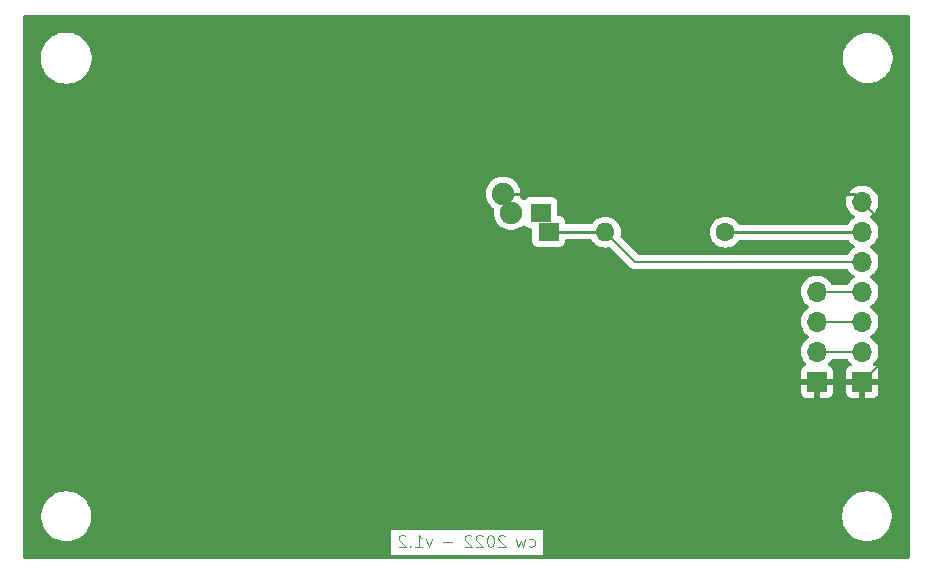
<source format=gbr>
%TF.GenerationSoftware,KiCad,Pcbnew,(6.99.0-1533-gf0f33ef1d3)*%
%TF.CreationDate,2022-04-06T09:30:28+02:00*%
%TF.ProjectId,freeDSP-aurora-extension-i2C-mod-display,66726565-4453-4502-9d61-75726f72612d,v1.2*%
%TF.SameCoordinates,Original*%
%TF.FileFunction,Copper,L2,Bot*%
%TF.FilePolarity,Positive*%
%FSLAX46Y46*%
G04 Gerber Fmt 4.6, Leading zero omitted, Abs format (unit mm)*
G04 Created by KiCad (PCBNEW (6.99.0-1533-gf0f33ef1d3)) date 2022-04-06 09:30:28*
%MOMM*%
%LPD*%
G01*
G04 APERTURE LIST*
%ADD10C,0.100000*%
%TA.AperFunction,NonConductor*%
%ADD11C,0.100000*%
%TD*%
%TA.AperFunction,ComponentPad*%
%ADD12R,1.700000X1.700000*%
%TD*%
%TA.AperFunction,ComponentPad*%
%ADD13O,1.700000X1.700000*%
%TD*%
%TA.AperFunction,ComponentPad*%
%ADD14R,1.800000X1.600000*%
%TD*%
%TA.AperFunction,ComponentPad*%
%ADD15C,1.900000*%
%TD*%
%TA.AperFunction,ComponentPad*%
%ADD16C,1.600000*%
%TD*%
%TA.AperFunction,ComponentPad*%
%ADD17O,1.600000X1.600000*%
%TD*%
%TA.AperFunction,Conductor*%
%ADD18C,0.200000*%
%TD*%
%TA.AperFunction,Conductor*%
%ADD19C,0.250000*%
%TD*%
G04 APERTURE END LIST*
D10*
D11*
X141610952Y-120572005D02*
X141706190Y-120619624D01*
X141706190Y-120619624D02*
X141896666Y-120619624D01*
X141896666Y-120619624D02*
X141991904Y-120572005D01*
X141991904Y-120572005D02*
X142039523Y-120524386D01*
X142039523Y-120524386D02*
X142087142Y-120429148D01*
X142087142Y-120429148D02*
X142087142Y-120143434D01*
X142087142Y-120143434D02*
X142039523Y-120048196D01*
X142039523Y-120048196D02*
X141991904Y-120000577D01*
X141991904Y-120000577D02*
X141896666Y-119952958D01*
X141896666Y-119952958D02*
X141706190Y-119952958D01*
X141706190Y-119952958D02*
X141610952Y-120000577D01*
X141277618Y-119952958D02*
X141087142Y-120619624D01*
X141087142Y-120619624D02*
X140896666Y-120143434D01*
X140896666Y-120143434D02*
X140706190Y-120619624D01*
X140706190Y-120619624D02*
X140515714Y-119952958D01*
X139582380Y-119714863D02*
X139534761Y-119667244D01*
X139534761Y-119667244D02*
X139439523Y-119619624D01*
X139439523Y-119619624D02*
X139201428Y-119619624D01*
X139201428Y-119619624D02*
X139106190Y-119667244D01*
X139106190Y-119667244D02*
X139058571Y-119714863D01*
X139058571Y-119714863D02*
X139010952Y-119810101D01*
X139010952Y-119810101D02*
X139010952Y-119905339D01*
X139010952Y-119905339D02*
X139058571Y-120048196D01*
X139058571Y-120048196D02*
X139629999Y-120619624D01*
X139629999Y-120619624D02*
X139010952Y-120619624D01*
X138391904Y-119619624D02*
X138296666Y-119619624D01*
X138296666Y-119619624D02*
X138201428Y-119667244D01*
X138201428Y-119667244D02*
X138153809Y-119714863D01*
X138153809Y-119714863D02*
X138106190Y-119810101D01*
X138106190Y-119810101D02*
X138058571Y-120000577D01*
X138058571Y-120000577D02*
X138058571Y-120238672D01*
X138058571Y-120238672D02*
X138106190Y-120429148D01*
X138106190Y-120429148D02*
X138153809Y-120524386D01*
X138153809Y-120524386D02*
X138201428Y-120572005D01*
X138201428Y-120572005D02*
X138296666Y-120619624D01*
X138296666Y-120619624D02*
X138391904Y-120619624D01*
X138391904Y-120619624D02*
X138487142Y-120572005D01*
X138487142Y-120572005D02*
X138534761Y-120524386D01*
X138534761Y-120524386D02*
X138582380Y-120429148D01*
X138582380Y-120429148D02*
X138629999Y-120238672D01*
X138629999Y-120238672D02*
X138629999Y-120000577D01*
X138629999Y-120000577D02*
X138582380Y-119810101D01*
X138582380Y-119810101D02*
X138534761Y-119714863D01*
X138534761Y-119714863D02*
X138487142Y-119667244D01*
X138487142Y-119667244D02*
X138391904Y-119619624D01*
X137677618Y-119714863D02*
X137629999Y-119667244D01*
X137629999Y-119667244D02*
X137534761Y-119619624D01*
X137534761Y-119619624D02*
X137296666Y-119619624D01*
X137296666Y-119619624D02*
X137201428Y-119667244D01*
X137201428Y-119667244D02*
X137153809Y-119714863D01*
X137153809Y-119714863D02*
X137106190Y-119810101D01*
X137106190Y-119810101D02*
X137106190Y-119905339D01*
X137106190Y-119905339D02*
X137153809Y-120048196D01*
X137153809Y-120048196D02*
X137725237Y-120619624D01*
X137725237Y-120619624D02*
X137106190Y-120619624D01*
X136725237Y-119714863D02*
X136677618Y-119667244D01*
X136677618Y-119667244D02*
X136582380Y-119619624D01*
X136582380Y-119619624D02*
X136344285Y-119619624D01*
X136344285Y-119619624D02*
X136249047Y-119667244D01*
X136249047Y-119667244D02*
X136201428Y-119714863D01*
X136201428Y-119714863D02*
X136153809Y-119810101D01*
X136153809Y-119810101D02*
X136153809Y-119905339D01*
X136153809Y-119905339D02*
X136201428Y-120048196D01*
X136201428Y-120048196D02*
X136772856Y-120619624D01*
X136772856Y-120619624D02*
X136153809Y-120619624D01*
X135125237Y-120238672D02*
X134363333Y-120238672D01*
X133382380Y-119952958D02*
X133144285Y-120619624D01*
X133144285Y-120619624D02*
X132906190Y-119952958D01*
X132001428Y-120619624D02*
X132572856Y-120619624D01*
X132287142Y-120619624D02*
X132287142Y-119619624D01*
X132287142Y-119619624D02*
X132382380Y-119762482D01*
X132382380Y-119762482D02*
X132477618Y-119857720D01*
X132477618Y-119857720D02*
X132572856Y-119905339D01*
X131572856Y-120524386D02*
X131525237Y-120572005D01*
X131525237Y-120572005D02*
X131572856Y-120619624D01*
X131572856Y-120619624D02*
X131620475Y-120572005D01*
X131620475Y-120572005D02*
X131572856Y-120524386D01*
X131572856Y-120524386D02*
X131572856Y-120619624D01*
X131144285Y-119714863D02*
X131096666Y-119667244D01*
X131096666Y-119667244D02*
X131001428Y-119619624D01*
X131001428Y-119619624D02*
X130763333Y-119619624D01*
X130763333Y-119619624D02*
X130668095Y-119667244D01*
X130668095Y-119667244D02*
X130620476Y-119714863D01*
X130620476Y-119714863D02*
X130572857Y-119810101D01*
X130572857Y-119810101D02*
X130572857Y-119905339D01*
X130572857Y-119905339D02*
X130620476Y-120048196D01*
X130620476Y-120048196D02*
X131191904Y-120619624D01*
X131191904Y-120619624D02*
X130572857Y-120619624D01*
D12*
%TO.P,J1,1*%
%TO.N,GND*%
X165988999Y-106641999D03*
D13*
%TO.P,J1,2*%
%TO.N,N/C*%
X165988999Y-104101999D03*
%TO.P,J1,3*%
X165988999Y-101561999D03*
%TO.P,J1,4*%
X165988999Y-99021999D03*
%TD*%
D14*
%TO.P,C1,1*%
%TO.N,N/C*%
X143266613Y-93928999D03*
X142595676Y-92328999D03*
D15*
%TO.P,C1,2*%
X140095677Y-92329000D03*
X139424740Y-90729000D03*
%TD*%
D16*
%TO.P,R1,1*%
%TO.N,N/C*%
X158242000Y-93980000D03*
D17*
%TO.P,R1,2*%
X148081999Y-93979999D03*
%TD*%
D12*
%TO.P,J2,1*%
%TO.N,GND*%
X169838999Y-106641999D03*
D13*
%TO.P,J2,2*%
%TO.N,N/C*%
X169838999Y-104101999D03*
%TO.P,J2,3*%
X169838999Y-101561999D03*
%TO.P,J2,4*%
X169838999Y-99021999D03*
%TO.P,J2,5*%
X169838999Y-96481999D03*
%TO.P,J2,6*%
X169838999Y-93941999D03*
%TO.P,J2,7*%
X169838999Y-91401999D03*
%TD*%
D18*
%TO.N,*%
X150584000Y-96482000D02*
X148082000Y-93980000D01*
X165989000Y-99022000D02*
X169839000Y-99022000D01*
D19*
X169801000Y-93980000D02*
X169839000Y-93942000D01*
D18*
X165989000Y-101562000D02*
X169839000Y-101562000D01*
X165989000Y-104102000D02*
X169839000Y-104102000D01*
D19*
X143266614Y-93929000D02*
X148031000Y-93929000D01*
X158242000Y-93980000D02*
X169801000Y-93980000D01*
D18*
X169839000Y-96482000D02*
X150584000Y-96482000D01*
D19*
X148031000Y-93929000D02*
X148082000Y-93980000D01*
D18*
%TO.N,GND*%
X171450000Y-105031000D02*
X169839000Y-106642000D01*
X165989000Y-106642000D02*
X169839000Y-106642000D01*
X169839000Y-91402000D02*
X171450000Y-93013000D01*
D19*
X139424740Y-90729000D02*
X169166000Y-90729000D01*
X169166000Y-90729000D02*
X169839000Y-91402000D01*
D18*
X171450000Y-93013000D02*
X171450000Y-105031000D01*
%TD*%
%TA.AperFunction,Conductor*%
%TO.N,GND*%
G36*
X173788621Y-75585502D02*
G01*
X173835114Y-75639158D01*
X173846500Y-75691500D01*
X173846500Y-121539500D01*
X173826498Y-121607621D01*
X173772842Y-121654114D01*
X173720500Y-121665500D01*
X98932500Y-121665500D01*
X98864379Y-121645498D01*
X98817886Y-121591842D01*
X98806500Y-121539500D01*
X98806500Y-121335744D01*
X129898881Y-121335744D01*
X142761119Y-121335744D01*
X142761119Y-119168744D01*
X129898881Y-119168744D01*
X129898881Y-121335744D01*
X98806500Y-121335744D01*
X98806500Y-118186225D01*
X100330500Y-118186225D01*
X100369777Y-118471989D01*
X100447600Y-118749744D01*
X100562519Y-119014314D01*
X100712394Y-119260772D01*
X100894432Y-119484526D01*
X101105242Y-119681409D01*
X101340897Y-119847753D01*
X101597008Y-119980459D01*
X101868804Y-120077055D01*
X101873006Y-120077928D01*
X101873009Y-120077929D01*
X102147010Y-120134867D01*
X102147014Y-120134868D01*
X102151222Y-120135742D01*
X102155516Y-120136036D01*
X102155518Y-120136036D01*
X102364832Y-120150354D01*
X102364841Y-120150354D01*
X102366971Y-120150500D01*
X102511029Y-120150500D01*
X102513159Y-120150354D01*
X102513168Y-120150354D01*
X102722482Y-120136036D01*
X102722484Y-120136036D01*
X102726778Y-120135742D01*
X102730986Y-120134868D01*
X102730990Y-120134867D01*
X103004991Y-120077929D01*
X103004994Y-120077928D01*
X103009196Y-120077055D01*
X103280992Y-119980459D01*
X103537103Y-119847753D01*
X103772758Y-119681409D01*
X103983568Y-119484526D01*
X104165606Y-119260772D01*
X104315481Y-119014314D01*
X104430400Y-118749744D01*
X104508223Y-118471989D01*
X104547500Y-118186225D01*
X168120500Y-118186225D01*
X168159777Y-118471989D01*
X168237600Y-118749744D01*
X168352519Y-119014314D01*
X168502394Y-119260772D01*
X168684432Y-119484526D01*
X168895242Y-119681409D01*
X169130897Y-119847753D01*
X169387008Y-119980459D01*
X169658804Y-120077055D01*
X169663006Y-120077928D01*
X169663009Y-120077929D01*
X169937010Y-120134867D01*
X169937014Y-120134868D01*
X169941222Y-120135742D01*
X169945516Y-120136036D01*
X169945518Y-120136036D01*
X170154832Y-120150354D01*
X170154841Y-120150354D01*
X170156971Y-120150500D01*
X170301029Y-120150500D01*
X170303159Y-120150354D01*
X170303168Y-120150354D01*
X170512482Y-120136036D01*
X170512484Y-120136036D01*
X170516778Y-120135742D01*
X170520986Y-120134868D01*
X170520990Y-120134867D01*
X170794991Y-120077929D01*
X170794994Y-120077928D01*
X170799196Y-120077055D01*
X171070992Y-119980459D01*
X171327103Y-119847753D01*
X171562758Y-119681409D01*
X171773568Y-119484526D01*
X171955606Y-119260772D01*
X172105481Y-119014314D01*
X172220400Y-118749744D01*
X172298223Y-118471989D01*
X172337500Y-118186225D01*
X172337500Y-117897775D01*
X172298223Y-117612011D01*
X172220400Y-117334256D01*
X172105481Y-117069686D01*
X171955606Y-116823228D01*
X171773568Y-116599474D01*
X171562758Y-116402591D01*
X171327103Y-116236247D01*
X171070992Y-116103541D01*
X170799196Y-116006945D01*
X170794994Y-116006072D01*
X170794991Y-116006071D01*
X170520990Y-115949133D01*
X170520986Y-115949132D01*
X170516778Y-115948258D01*
X170512484Y-115947964D01*
X170512482Y-115947964D01*
X170303168Y-115933646D01*
X170303159Y-115933646D01*
X170301029Y-115933500D01*
X170156971Y-115933500D01*
X170154841Y-115933646D01*
X170154832Y-115933646D01*
X169945518Y-115947964D01*
X169945516Y-115947964D01*
X169941222Y-115948258D01*
X169937014Y-115949132D01*
X169937010Y-115949133D01*
X169663009Y-116006071D01*
X169663006Y-116006072D01*
X169658804Y-116006945D01*
X169387008Y-116103541D01*
X169130897Y-116236247D01*
X168895242Y-116402591D01*
X168684432Y-116599474D01*
X168502394Y-116823228D01*
X168352519Y-117069686D01*
X168237600Y-117334256D01*
X168159777Y-117612011D01*
X168120500Y-117897775D01*
X168120500Y-118186225D01*
X104547500Y-118186225D01*
X104547500Y-117897775D01*
X104508223Y-117612011D01*
X104430400Y-117334256D01*
X104315481Y-117069686D01*
X104165606Y-116823228D01*
X103983568Y-116599474D01*
X103772758Y-116402591D01*
X103537103Y-116236247D01*
X103280992Y-116103541D01*
X103009196Y-116006945D01*
X103004994Y-116006072D01*
X103004991Y-116006071D01*
X102730990Y-115949133D01*
X102730986Y-115949132D01*
X102726778Y-115948258D01*
X102722484Y-115947964D01*
X102722482Y-115947964D01*
X102513168Y-115933646D01*
X102513159Y-115933646D01*
X102511029Y-115933500D01*
X102366971Y-115933500D01*
X102364841Y-115933646D01*
X102364832Y-115933646D01*
X102155518Y-115947964D01*
X102155516Y-115947964D01*
X102151222Y-115948258D01*
X102147014Y-115949132D01*
X102147010Y-115949133D01*
X101873009Y-116006071D01*
X101873006Y-116006072D01*
X101868804Y-116006945D01*
X101597008Y-116103541D01*
X101340897Y-116236247D01*
X101105242Y-116402591D01*
X100894432Y-116599474D01*
X100712394Y-116823228D01*
X100562519Y-117069686D01*
X100447600Y-117334256D01*
X100369777Y-117612011D01*
X100330500Y-117897775D01*
X100330500Y-118186225D01*
X98806500Y-118186225D01*
X98806500Y-107537223D01*
X164631000Y-107537223D01*
X164631360Y-107543938D01*
X164636662Y-107593257D01*
X164640259Y-107608478D01*
X164685405Y-107729520D01*
X164693954Y-107745176D01*
X164770698Y-107847693D01*
X164783307Y-107860302D01*
X164885824Y-107937046D01*
X164901480Y-107945595D01*
X165022522Y-107990741D01*
X165037743Y-107994338D01*
X165087062Y-107999640D01*
X165093777Y-108000000D01*
X165716885Y-108000000D01*
X165732124Y-107995525D01*
X165733329Y-107994135D01*
X165735000Y-107986452D01*
X165735000Y-107981885D01*
X166243000Y-107981885D01*
X166247475Y-107997124D01*
X166248865Y-107998329D01*
X166256548Y-108000000D01*
X166884223Y-108000000D01*
X166890938Y-107999640D01*
X166940257Y-107994338D01*
X166955478Y-107990741D01*
X167076520Y-107945595D01*
X167092176Y-107937046D01*
X167194693Y-107860302D01*
X167207302Y-107847693D01*
X167284046Y-107745176D01*
X167292595Y-107729520D01*
X167337741Y-107608478D01*
X167341338Y-107593257D01*
X167346640Y-107543938D01*
X167347000Y-107537223D01*
X168481000Y-107537223D01*
X168481360Y-107543938D01*
X168486662Y-107593257D01*
X168490259Y-107608478D01*
X168535405Y-107729520D01*
X168543954Y-107745176D01*
X168620698Y-107847693D01*
X168633307Y-107860302D01*
X168735824Y-107937046D01*
X168751480Y-107945595D01*
X168872522Y-107990741D01*
X168887743Y-107994338D01*
X168937062Y-107999640D01*
X168943777Y-108000000D01*
X169566885Y-108000000D01*
X169582124Y-107995525D01*
X169583329Y-107994135D01*
X169585000Y-107986452D01*
X169585000Y-107981885D01*
X170093000Y-107981885D01*
X170097475Y-107997124D01*
X170098865Y-107998329D01*
X170106548Y-108000000D01*
X170734223Y-108000000D01*
X170740938Y-107999640D01*
X170790257Y-107994338D01*
X170805478Y-107990741D01*
X170926520Y-107945595D01*
X170942176Y-107937046D01*
X171044693Y-107860302D01*
X171057302Y-107847693D01*
X171134046Y-107745176D01*
X171142595Y-107729520D01*
X171187741Y-107608478D01*
X171191338Y-107593257D01*
X171196640Y-107543938D01*
X171197000Y-107537223D01*
X171197000Y-106914115D01*
X171192525Y-106898876D01*
X171191135Y-106897671D01*
X171183452Y-106896000D01*
X170111115Y-106896000D01*
X170095876Y-106900475D01*
X170094671Y-106901865D01*
X170093000Y-106909548D01*
X170093000Y-107981885D01*
X169585000Y-107981885D01*
X169585000Y-106914115D01*
X169580525Y-106898876D01*
X169579135Y-106897671D01*
X169571452Y-106896000D01*
X168499115Y-106896000D01*
X168483876Y-106900475D01*
X168482671Y-106901865D01*
X168481000Y-106909548D01*
X168481000Y-107537223D01*
X167347000Y-107537223D01*
X167347000Y-106914115D01*
X167342525Y-106898876D01*
X167341135Y-106897671D01*
X167333452Y-106896000D01*
X166261115Y-106896000D01*
X166245876Y-106900475D01*
X166244671Y-106901865D01*
X166243000Y-106909548D01*
X166243000Y-107981885D01*
X165735000Y-107981885D01*
X165735000Y-106914115D01*
X165730525Y-106898876D01*
X165729135Y-106897671D01*
X165721452Y-106896000D01*
X164649115Y-106896000D01*
X164633876Y-106900475D01*
X164632671Y-106901865D01*
X164631000Y-106909548D01*
X164631000Y-107537223D01*
X98806500Y-107537223D01*
X98806500Y-90729000D01*
X137961241Y-90729000D01*
X137981201Y-90969884D01*
X137982482Y-90974942D01*
X137982482Y-90974943D01*
X138035126Y-91182828D01*
X138040537Y-91204197D01*
X138042629Y-91208967D01*
X138042630Y-91208969D01*
X138060220Y-91249069D01*
X138137631Y-91425549D01*
X138269834Y-91627900D01*
X138433539Y-91805731D01*
X138437648Y-91808929D01*
X138437650Y-91808931D01*
X138610919Y-91943792D01*
X138652390Y-92001418D01*
X138655673Y-92074152D01*
X138653419Y-92083056D01*
X138652138Y-92088116D01*
X138632178Y-92329000D01*
X138632608Y-92334189D01*
X138650229Y-92546842D01*
X138652138Y-92569884D01*
X138653419Y-92574942D01*
X138653419Y-92574943D01*
X138709989Y-92798332D01*
X138711474Y-92804197D01*
X138808568Y-93025549D01*
X138940771Y-93227900D01*
X139104476Y-93405731D01*
X139108585Y-93408929D01*
X139108587Y-93408931D01*
X139231305Y-93504446D01*
X139295219Y-93554192D01*
X139299798Y-93556670D01*
X139299801Y-93556672D01*
X139503211Y-93666752D01*
X139503214Y-93666753D01*
X139507796Y-93669233D01*
X139736409Y-93747716D01*
X139741543Y-93748573D01*
X139741548Y-93748574D01*
X139969685Y-93786643D01*
X139969688Y-93786643D01*
X139974822Y-93787500D01*
X140216532Y-93787500D01*
X140221666Y-93786643D01*
X140221669Y-93786643D01*
X140449806Y-93748574D01*
X140449811Y-93748573D01*
X140454945Y-93747716D01*
X140683558Y-93669233D01*
X140688140Y-93666753D01*
X140688143Y-93666752D01*
X140891553Y-93556672D01*
X140891556Y-93556670D01*
X140896135Y-93554192D01*
X140960049Y-93504446D01*
X141082767Y-93408931D01*
X141082769Y-93408929D01*
X141086878Y-93405731D01*
X141090406Y-93401898D01*
X141091016Y-93401337D01*
X141154681Y-93369917D01*
X141225227Y-93377904D01*
X141277220Y-93418529D01*
X141332416Y-93492261D01*
X141339627Y-93497659D01*
X141418459Y-93556672D01*
X141449473Y-93579889D01*
X141586476Y-93630989D01*
X141623382Y-93634957D01*
X141643689Y-93637140D01*
X141643692Y-93637140D01*
X141647039Y-93637500D01*
X141732114Y-93637500D01*
X141800235Y-93657502D01*
X141846728Y-93711158D01*
X141858114Y-93763500D01*
X141858114Y-94777638D01*
X141864625Y-94838201D01*
X141915725Y-94975204D01*
X142003353Y-95092261D01*
X142010564Y-95097659D01*
X142082085Y-95151199D01*
X142120410Y-95179889D01*
X142257413Y-95230989D01*
X142294319Y-95234957D01*
X142314626Y-95237140D01*
X142314629Y-95237140D01*
X142317976Y-95237500D01*
X144215252Y-95237500D01*
X144218599Y-95237140D01*
X144218602Y-95237140D01*
X144238909Y-95234957D01*
X144275815Y-95230989D01*
X144412818Y-95179889D01*
X144451144Y-95151199D01*
X144522664Y-95097659D01*
X144529875Y-95092261D01*
X144617503Y-94975204D01*
X144668603Y-94838201D01*
X144675114Y-94777638D01*
X144675114Y-94688500D01*
X144695116Y-94620379D01*
X144748772Y-94573886D01*
X144801114Y-94562500D01*
X146829583Y-94562500D01*
X146897704Y-94582502D01*
X146937519Y-94628085D01*
X146939401Y-94626998D01*
X146942151Y-94631760D01*
X146944477Y-94636749D01*
X146980714Y-94688500D01*
X147045475Y-94780988D01*
X147075802Y-94824300D01*
X147237700Y-94986198D01*
X147242208Y-94989355D01*
X147242211Y-94989357D01*
X147320389Y-95044098D01*
X147425251Y-95117523D01*
X147430233Y-95119846D01*
X147430238Y-95119849D01*
X147609596Y-95203484D01*
X147632757Y-95214284D01*
X147638065Y-95215706D01*
X147638067Y-95215707D01*
X147848598Y-95272119D01*
X147848600Y-95272119D01*
X147853913Y-95273543D01*
X148082000Y-95293498D01*
X148310087Y-95273543D01*
X148315400Y-95272119D01*
X148315402Y-95272119D01*
X148401426Y-95249069D01*
X148472403Y-95250759D01*
X148523132Y-95281681D01*
X150119685Y-96878234D01*
X150130552Y-96890625D01*
X150150013Y-96915987D01*
X150156563Y-96921013D01*
X150181925Y-96940474D01*
X150181928Y-96940477D01*
X150251318Y-96993722D01*
X150270570Y-97008495D01*
X150270574Y-97008497D01*
X150277125Y-97013524D01*
X150425150Y-97074838D01*
X150544115Y-97090500D01*
X150544120Y-97090500D01*
X150544129Y-97090501D01*
X150575812Y-97094672D01*
X150584000Y-97095750D01*
X150615693Y-97091578D01*
X150632136Y-97090500D01*
X168545629Y-97090500D01*
X168613750Y-97110502D01*
X168651112Y-97147585D01*
X168763278Y-97319268D01*
X168766803Y-97323097D01*
X168766806Y-97323101D01*
X168868360Y-97433417D01*
X168915760Y-97484906D01*
X169093424Y-97623189D01*
X169098005Y-97625668D01*
X169126680Y-97641186D01*
X169177071Y-97691199D01*
X169192423Y-97760516D01*
X169167863Y-97827129D01*
X169126681Y-97862813D01*
X169093424Y-97880811D01*
X168915760Y-98019094D01*
X168912228Y-98022931D01*
X168766806Y-98180899D01*
X168766803Y-98180903D01*
X168763278Y-98184732D01*
X168760427Y-98189096D01*
X168651112Y-98356415D01*
X168597108Y-98402504D01*
X168545629Y-98413500D01*
X167282371Y-98413500D01*
X167214250Y-98393498D01*
X167176888Y-98356415D01*
X167067573Y-98189096D01*
X167064722Y-98184732D01*
X167061197Y-98180903D01*
X167061194Y-98180899D01*
X166915772Y-98022931D01*
X166912240Y-98019094D01*
X166734576Y-97880811D01*
X166536574Y-97773658D01*
X166323635Y-97700556D01*
X166318501Y-97699699D01*
X166318496Y-97699698D01*
X166106706Y-97664357D01*
X166106704Y-97664357D01*
X166101569Y-97663500D01*
X165876431Y-97663500D01*
X165871296Y-97664357D01*
X165871294Y-97664357D01*
X165659504Y-97699698D01*
X165659499Y-97699699D01*
X165654365Y-97700556D01*
X165441426Y-97773658D01*
X165243424Y-97880811D01*
X165065760Y-98019094D01*
X165062228Y-98022931D01*
X164916806Y-98180899D01*
X164916803Y-98180903D01*
X164913278Y-98184732D01*
X164790140Y-98373209D01*
X164699704Y-98579384D01*
X164644436Y-98797632D01*
X164625844Y-99022000D01*
X164644436Y-99246368D01*
X164699704Y-99464616D01*
X164790140Y-99670791D01*
X164913278Y-99859268D01*
X164916803Y-99863097D01*
X164916806Y-99863101D01*
X165018360Y-99973417D01*
X165065760Y-100024906D01*
X165243424Y-100163189D01*
X165248005Y-100165668D01*
X165276680Y-100181186D01*
X165327071Y-100231199D01*
X165342423Y-100300516D01*
X165317863Y-100367129D01*
X165276681Y-100402813D01*
X165243424Y-100420811D01*
X165065760Y-100559094D01*
X165062228Y-100562931D01*
X164916806Y-100720899D01*
X164916803Y-100720903D01*
X164913278Y-100724732D01*
X164790140Y-100913209D01*
X164699704Y-101119384D01*
X164644436Y-101337632D01*
X164625844Y-101562000D01*
X164644436Y-101786368D01*
X164699704Y-102004616D01*
X164790140Y-102210791D01*
X164913278Y-102399268D01*
X164916803Y-102403097D01*
X164916806Y-102403101D01*
X165018360Y-102513417D01*
X165065760Y-102564906D01*
X165243424Y-102703189D01*
X165248005Y-102705668D01*
X165276680Y-102721186D01*
X165327071Y-102771199D01*
X165342423Y-102840516D01*
X165317863Y-102907129D01*
X165276681Y-102942813D01*
X165243424Y-102960811D01*
X165065760Y-103099094D01*
X165062228Y-103102931D01*
X164916806Y-103260899D01*
X164916803Y-103260903D01*
X164913278Y-103264732D01*
X164790140Y-103453209D01*
X164699704Y-103659384D01*
X164644436Y-103877632D01*
X164625844Y-104102000D01*
X164644436Y-104326368D01*
X164699704Y-104544616D01*
X164790140Y-104750791D01*
X164913278Y-104939268D01*
X164916803Y-104943097D01*
X164916806Y-104943101D01*
X165056841Y-105095217D01*
X165088262Y-105158882D01*
X165080275Y-105229428D01*
X165035417Y-105284457D01*
X165008173Y-105298611D01*
X164901478Y-105338406D01*
X164885824Y-105346954D01*
X164783307Y-105423698D01*
X164770698Y-105436307D01*
X164693954Y-105538824D01*
X164685405Y-105554480D01*
X164640259Y-105675522D01*
X164636662Y-105690743D01*
X164631360Y-105740062D01*
X164631000Y-105746777D01*
X164631000Y-106369885D01*
X164635475Y-106385124D01*
X164636865Y-106386329D01*
X164644548Y-106388000D01*
X167328885Y-106388000D01*
X167344124Y-106383525D01*
X167345329Y-106382135D01*
X167347000Y-106374452D01*
X167347000Y-105746777D01*
X167346640Y-105740062D01*
X167341338Y-105690743D01*
X167337741Y-105675522D01*
X167292595Y-105554480D01*
X167284046Y-105538824D01*
X167207302Y-105436307D01*
X167194693Y-105423698D01*
X167092176Y-105346954D01*
X167076522Y-105338406D01*
X166969827Y-105298611D01*
X166912992Y-105256064D01*
X166888181Y-105189544D01*
X166903273Y-105120169D01*
X166921159Y-105095217D01*
X167061194Y-104943101D01*
X167061197Y-104943097D01*
X167064722Y-104939268D01*
X167176888Y-104767585D01*
X167230892Y-104721496D01*
X167282371Y-104710500D01*
X168545629Y-104710500D01*
X168613750Y-104730502D01*
X168651112Y-104767585D01*
X168763278Y-104939268D01*
X168766803Y-104943097D01*
X168766806Y-104943101D01*
X168906841Y-105095217D01*
X168938262Y-105158882D01*
X168930275Y-105229428D01*
X168885417Y-105284457D01*
X168858173Y-105298611D01*
X168751478Y-105338406D01*
X168735824Y-105346954D01*
X168633307Y-105423698D01*
X168620698Y-105436307D01*
X168543954Y-105538824D01*
X168535405Y-105554480D01*
X168490259Y-105675522D01*
X168486662Y-105690743D01*
X168481360Y-105740062D01*
X168481000Y-105746777D01*
X168481000Y-106369885D01*
X168485475Y-106385124D01*
X168486865Y-106386329D01*
X168494548Y-106388000D01*
X171178885Y-106388000D01*
X171194124Y-106383525D01*
X171195329Y-106382135D01*
X171197000Y-106374452D01*
X171197000Y-105746777D01*
X171196640Y-105740062D01*
X171191338Y-105690743D01*
X171187741Y-105675522D01*
X171142595Y-105554480D01*
X171134046Y-105538824D01*
X171057302Y-105436307D01*
X171044693Y-105423698D01*
X170942176Y-105346954D01*
X170926522Y-105338406D01*
X170819827Y-105298611D01*
X170762992Y-105256064D01*
X170738181Y-105189544D01*
X170753273Y-105120169D01*
X170771159Y-105095217D01*
X170911194Y-104943101D01*
X170911197Y-104943097D01*
X170914722Y-104939268D01*
X171037860Y-104750791D01*
X171128296Y-104544616D01*
X171183564Y-104326368D01*
X171202156Y-104102000D01*
X171183564Y-103877632D01*
X171128296Y-103659384D01*
X171037860Y-103453209D01*
X170914722Y-103264732D01*
X170911197Y-103260903D01*
X170911194Y-103260899D01*
X170765772Y-103102931D01*
X170762240Y-103099094D01*
X170584576Y-102960811D01*
X170551320Y-102942814D01*
X170500929Y-102892801D01*
X170485577Y-102823484D01*
X170510137Y-102756871D01*
X170551320Y-102721186D01*
X170579995Y-102705668D01*
X170584576Y-102703189D01*
X170762240Y-102564906D01*
X170809640Y-102513417D01*
X170911194Y-102403101D01*
X170911197Y-102403097D01*
X170914722Y-102399268D01*
X171037860Y-102210791D01*
X171128296Y-102004616D01*
X171183564Y-101786368D01*
X171202156Y-101562000D01*
X171183564Y-101337632D01*
X171128296Y-101119384D01*
X171037860Y-100913209D01*
X170914722Y-100724732D01*
X170911197Y-100720903D01*
X170911194Y-100720899D01*
X170765772Y-100562931D01*
X170762240Y-100559094D01*
X170584576Y-100420811D01*
X170551320Y-100402814D01*
X170500929Y-100352801D01*
X170485577Y-100283484D01*
X170510137Y-100216871D01*
X170551320Y-100181186D01*
X170579995Y-100165668D01*
X170584576Y-100163189D01*
X170762240Y-100024906D01*
X170809640Y-99973417D01*
X170911194Y-99863101D01*
X170911197Y-99863097D01*
X170914722Y-99859268D01*
X171037860Y-99670791D01*
X171128296Y-99464616D01*
X171183564Y-99246368D01*
X171202156Y-99022000D01*
X171183564Y-98797632D01*
X171128296Y-98579384D01*
X171037860Y-98373209D01*
X170914722Y-98184732D01*
X170911197Y-98180903D01*
X170911194Y-98180899D01*
X170765772Y-98022931D01*
X170762240Y-98019094D01*
X170584576Y-97880811D01*
X170551320Y-97862814D01*
X170500929Y-97812801D01*
X170485577Y-97743484D01*
X170510137Y-97676871D01*
X170551320Y-97641186D01*
X170579995Y-97625668D01*
X170584576Y-97623189D01*
X170762240Y-97484906D01*
X170809640Y-97433417D01*
X170911194Y-97323101D01*
X170911197Y-97323097D01*
X170914722Y-97319268D01*
X171037860Y-97130791D01*
X171053231Y-97095750D01*
X171126200Y-96929394D01*
X171128296Y-96924616D01*
X171138563Y-96884075D01*
X171182283Y-96711427D01*
X171182283Y-96711426D01*
X171183564Y-96706368D01*
X171202156Y-96482000D01*
X171183564Y-96257632D01*
X171128296Y-96039384D01*
X171037860Y-95833209D01*
X170914722Y-95644732D01*
X170911197Y-95640903D01*
X170911194Y-95640899D01*
X170765772Y-95482931D01*
X170762240Y-95479094D01*
X170584576Y-95340811D01*
X170551320Y-95322814D01*
X170500929Y-95272801D01*
X170485577Y-95203484D01*
X170510137Y-95136871D01*
X170551320Y-95101186D01*
X170557838Y-95097659D01*
X170584576Y-95083189D01*
X170714196Y-94982301D01*
X170758121Y-94948112D01*
X170762240Y-94944906D01*
X170867682Y-94830367D01*
X170911194Y-94783101D01*
X170911197Y-94783097D01*
X170914722Y-94779268D01*
X171009956Y-94633502D01*
X171035008Y-94595157D01*
X171035010Y-94595153D01*
X171037860Y-94590791D01*
X171045276Y-94573886D01*
X171126200Y-94389394D01*
X171128296Y-94384616D01*
X171134829Y-94358820D01*
X171182283Y-94171427D01*
X171182283Y-94171426D01*
X171183564Y-94166368D01*
X171198554Y-93985475D01*
X171201726Y-93947189D01*
X171202156Y-93942000D01*
X171186057Y-93747716D01*
X171183995Y-93722828D01*
X171183994Y-93722823D01*
X171183564Y-93717632D01*
X171181925Y-93711158D01*
X171129578Y-93504446D01*
X171129578Y-93504445D01*
X171128296Y-93499384D01*
X171085289Y-93401337D01*
X171039954Y-93297982D01*
X171039952Y-93297978D01*
X171037860Y-93293209D01*
X170997701Y-93231740D01*
X170917573Y-93109096D01*
X170914722Y-93104732D01*
X170911197Y-93100903D01*
X170911194Y-93100899D01*
X170765772Y-92942931D01*
X170762240Y-92939094D01*
X170638108Y-92842477D01*
X170588689Y-92804012D01*
X170588687Y-92804010D01*
X170584576Y-92800811D01*
X170551320Y-92782814D01*
X170500929Y-92732801D01*
X170485577Y-92663484D01*
X170510137Y-92596871D01*
X170551320Y-92561186D01*
X170579995Y-92545668D01*
X170584576Y-92543189D01*
X170762240Y-92404906D01*
X170836894Y-92323811D01*
X170911194Y-92243101D01*
X170911197Y-92243097D01*
X170914722Y-92239268D01*
X171010082Y-92093309D01*
X171035008Y-92055157D01*
X171035010Y-92055153D01*
X171037860Y-92050791D01*
X171067337Y-91983591D01*
X171126200Y-91849394D01*
X171128296Y-91844616D01*
X171183564Y-91626368D01*
X171195384Y-91483731D01*
X171201726Y-91407189D01*
X171202156Y-91402000D01*
X171192978Y-91291237D01*
X171183995Y-91182828D01*
X171183994Y-91182823D01*
X171183564Y-91177632D01*
X171128296Y-90959384D01*
X171037860Y-90753209D01*
X171022044Y-90729000D01*
X170917573Y-90569096D01*
X170914722Y-90564732D01*
X170911197Y-90560903D01*
X170911194Y-90560899D01*
X170765772Y-90402931D01*
X170762240Y-90399094D01*
X170584576Y-90260811D01*
X170386574Y-90153658D01*
X170173635Y-90080556D01*
X170168501Y-90079699D01*
X170168496Y-90079698D01*
X169956706Y-90044357D01*
X169956704Y-90044357D01*
X169951569Y-90043500D01*
X169726431Y-90043500D01*
X169721296Y-90044357D01*
X169721294Y-90044357D01*
X169509504Y-90079698D01*
X169509499Y-90079699D01*
X169504365Y-90080556D01*
X169291426Y-90153658D01*
X169093424Y-90260811D01*
X168915760Y-90399094D01*
X168912228Y-90402931D01*
X168766806Y-90560899D01*
X168766803Y-90560903D01*
X168763278Y-90564732D01*
X168760427Y-90569096D01*
X168655957Y-90729000D01*
X168640140Y-90753209D01*
X168549704Y-90959384D01*
X168494436Y-91177632D01*
X168494006Y-91182823D01*
X168494005Y-91182828D01*
X168485022Y-91291237D01*
X168475844Y-91402000D01*
X168476274Y-91407189D01*
X168482617Y-91483731D01*
X168494436Y-91626368D01*
X168549704Y-91844616D01*
X168551800Y-91849394D01*
X168610664Y-91983591D01*
X168640140Y-92050791D01*
X168642990Y-92055153D01*
X168642992Y-92055157D01*
X168667918Y-92093309D01*
X168763278Y-92239268D01*
X168766803Y-92243097D01*
X168766806Y-92243101D01*
X168841106Y-92323811D01*
X168915760Y-92404906D01*
X169093424Y-92543189D01*
X169098005Y-92545668D01*
X169126680Y-92561186D01*
X169177071Y-92611199D01*
X169192423Y-92680516D01*
X169167863Y-92747129D01*
X169126681Y-92782813D01*
X169093424Y-92800811D01*
X169089313Y-92804010D01*
X169089311Y-92804012D01*
X169039892Y-92842477D01*
X168915760Y-92939094D01*
X168912228Y-92942931D01*
X168766806Y-93100899D01*
X168766803Y-93100903D01*
X168763278Y-93104732D01*
X168642993Y-93288843D01*
X168642619Y-93289415D01*
X168588616Y-93335504D01*
X168537136Y-93346500D01*
X159461394Y-93346500D01*
X159393273Y-93326498D01*
X159358181Y-93292771D01*
X159251357Y-93140211D01*
X159251355Y-93140208D01*
X159248198Y-93135700D01*
X159086300Y-92973802D01*
X159081792Y-92970645D01*
X159081789Y-92970643D01*
X158956330Y-92882796D01*
X158898749Y-92842477D01*
X158893767Y-92840154D01*
X158893762Y-92840151D01*
X158696225Y-92748039D01*
X158696224Y-92748039D01*
X158691243Y-92745716D01*
X158685935Y-92744294D01*
X158685933Y-92744293D01*
X158475402Y-92687881D01*
X158475400Y-92687881D01*
X158470087Y-92686457D01*
X158242000Y-92666502D01*
X158013913Y-92686457D01*
X158008600Y-92687881D01*
X158008598Y-92687881D01*
X157798067Y-92744293D01*
X157798065Y-92744294D01*
X157792757Y-92745716D01*
X157787776Y-92748039D01*
X157787775Y-92748039D01*
X157590238Y-92840151D01*
X157590233Y-92840154D01*
X157585251Y-92842477D01*
X157527670Y-92882796D01*
X157402211Y-92970643D01*
X157402208Y-92970645D01*
X157397700Y-92973802D01*
X157235802Y-93135700D01*
X157104477Y-93323251D01*
X157102154Y-93328233D01*
X157102151Y-93328238D01*
X157082716Y-93369917D01*
X157007716Y-93530757D01*
X157006294Y-93536065D01*
X157006293Y-93536067D01*
X156956250Y-93722828D01*
X156948457Y-93751913D01*
X156928502Y-93980000D01*
X156948457Y-94208087D01*
X156949881Y-94213400D01*
X156949881Y-94213402D01*
X157005543Y-94421132D01*
X157007716Y-94429243D01*
X157010039Y-94434224D01*
X157010039Y-94434225D01*
X157102151Y-94631762D01*
X157102154Y-94631767D01*
X157104477Y-94636749D01*
X157140714Y-94688500D01*
X157205475Y-94780988D01*
X157235802Y-94824300D01*
X157397700Y-94986198D01*
X157402208Y-94989355D01*
X157402211Y-94989357D01*
X157480389Y-95044098D01*
X157585251Y-95117523D01*
X157590233Y-95119846D01*
X157590238Y-95119849D01*
X157769596Y-95203484D01*
X157792757Y-95214284D01*
X157798065Y-95215706D01*
X157798067Y-95215707D01*
X158008598Y-95272119D01*
X158008600Y-95272119D01*
X158013913Y-95273543D01*
X158242000Y-95293498D01*
X158470087Y-95273543D01*
X158475400Y-95272119D01*
X158475402Y-95272119D01*
X158685933Y-95215707D01*
X158685935Y-95215706D01*
X158691243Y-95214284D01*
X158714404Y-95203484D01*
X158893762Y-95119849D01*
X158893767Y-95119846D01*
X158898749Y-95117523D01*
X159003611Y-95044098D01*
X159081789Y-94989357D01*
X159081792Y-94989355D01*
X159086300Y-94986198D01*
X159248198Y-94824300D01*
X159277046Y-94783101D01*
X159358181Y-94667229D01*
X159413638Y-94622901D01*
X159461394Y-94613500D01*
X168586789Y-94613500D01*
X168654910Y-94633502D01*
X168692272Y-94670585D01*
X168738752Y-94741728D01*
X168763278Y-94779268D01*
X168766803Y-94783097D01*
X168766806Y-94783101D01*
X168810318Y-94830367D01*
X168915760Y-94944906D01*
X168919879Y-94948112D01*
X168963805Y-94982301D01*
X169093424Y-95083189D01*
X169120163Y-95097659D01*
X169126680Y-95101186D01*
X169177071Y-95151199D01*
X169192423Y-95220516D01*
X169167863Y-95287129D01*
X169126681Y-95322813D01*
X169093424Y-95340811D01*
X168915760Y-95479094D01*
X168912228Y-95482931D01*
X168766806Y-95640899D01*
X168766803Y-95640903D01*
X168763278Y-95644732D01*
X168760427Y-95649096D01*
X168651112Y-95816415D01*
X168597108Y-95862504D01*
X168545629Y-95873500D01*
X150888239Y-95873500D01*
X150820118Y-95853498D01*
X150799144Y-95836595D01*
X149383681Y-94421132D01*
X149349655Y-94358820D01*
X149351069Y-94299426D01*
X149374119Y-94213402D01*
X149374119Y-94213400D01*
X149375543Y-94208087D01*
X149395498Y-93980000D01*
X149375543Y-93751913D01*
X149367750Y-93722828D01*
X149317707Y-93536067D01*
X149317706Y-93536065D01*
X149316284Y-93530757D01*
X149241284Y-93369917D01*
X149221849Y-93328238D01*
X149221846Y-93328233D01*
X149219523Y-93323251D01*
X149088198Y-93135700D01*
X148926300Y-92973802D01*
X148921792Y-92970645D01*
X148921789Y-92970643D01*
X148796330Y-92882796D01*
X148738749Y-92842477D01*
X148733767Y-92840154D01*
X148733762Y-92840151D01*
X148536225Y-92748039D01*
X148536224Y-92748039D01*
X148531243Y-92745716D01*
X148525935Y-92744294D01*
X148525933Y-92744293D01*
X148315402Y-92687881D01*
X148315400Y-92687881D01*
X148310087Y-92686457D01*
X148082000Y-92666502D01*
X147853913Y-92686457D01*
X147848600Y-92687881D01*
X147848598Y-92687881D01*
X147638067Y-92744293D01*
X147638065Y-92744294D01*
X147632757Y-92745716D01*
X147627776Y-92748039D01*
X147627775Y-92748039D01*
X147430238Y-92840151D01*
X147430233Y-92840154D01*
X147425251Y-92842477D01*
X147367670Y-92882796D01*
X147242211Y-92970643D01*
X147242208Y-92970645D01*
X147237700Y-92973802D01*
X147075802Y-93135700D01*
X147072645Y-93140208D01*
X147072643Y-93140211D01*
X147001530Y-93241771D01*
X146946073Y-93286099D01*
X146898317Y-93295500D01*
X144801114Y-93295500D01*
X144732993Y-93275498D01*
X144686500Y-93221842D01*
X144675114Y-93169500D01*
X144675114Y-93080362D01*
X144668603Y-93019799D01*
X144617503Y-92882796D01*
X144587321Y-92842477D01*
X144535273Y-92772950D01*
X144529875Y-92765739D01*
X144485875Y-92732801D01*
X144420032Y-92683511D01*
X144420030Y-92683510D01*
X144412818Y-92678111D01*
X144275815Y-92627011D01*
X144238909Y-92623043D01*
X144218602Y-92620860D01*
X144218599Y-92620860D01*
X144215252Y-92620500D01*
X144130177Y-92620500D01*
X144062056Y-92600498D01*
X144015563Y-92546842D01*
X144004177Y-92494500D01*
X144004177Y-91480362D01*
X143997666Y-91419799D01*
X143946566Y-91282796D01*
X143858938Y-91165739D01*
X143741881Y-91078111D01*
X143604878Y-91027011D01*
X143567972Y-91023043D01*
X143547665Y-91020860D01*
X143547662Y-91020860D01*
X143544315Y-91020500D01*
X141647039Y-91020500D01*
X141643692Y-91020860D01*
X141643689Y-91020860D01*
X141623382Y-91023043D01*
X141586476Y-91027011D01*
X141449473Y-91078111D01*
X141332416Y-91165739D01*
X141277221Y-91239471D01*
X141220385Y-91282017D01*
X141149569Y-91287081D01*
X141091016Y-91256663D01*
X141090406Y-91256102D01*
X141086878Y-91252269D01*
X141082767Y-91249069D01*
X140909498Y-91114208D01*
X140868027Y-91056582D01*
X140864744Y-90983848D01*
X140866998Y-90974944D01*
X140866999Y-90974940D01*
X140868279Y-90969884D01*
X140888239Y-90729000D01*
X140868279Y-90488116D01*
X140844924Y-90395888D01*
X140810223Y-90258856D01*
X140810221Y-90258851D01*
X140808943Y-90253803D01*
X140711849Y-90032451D01*
X140579646Y-89830100D01*
X140415941Y-89652269D01*
X140225198Y-89503808D01*
X140220619Y-89501330D01*
X140220616Y-89501328D01*
X140017206Y-89391248D01*
X140017203Y-89391247D01*
X140012621Y-89388767D01*
X139784008Y-89310284D01*
X139778874Y-89309427D01*
X139778869Y-89309426D01*
X139550732Y-89271357D01*
X139550729Y-89271357D01*
X139545595Y-89270500D01*
X139303885Y-89270500D01*
X139298751Y-89271357D01*
X139298748Y-89271357D01*
X139070611Y-89309426D01*
X139070606Y-89309427D01*
X139065472Y-89310284D01*
X138836859Y-89388767D01*
X138832277Y-89391247D01*
X138832274Y-89391248D01*
X138628864Y-89501328D01*
X138628861Y-89501330D01*
X138624282Y-89503808D01*
X138433539Y-89652269D01*
X138269834Y-89830100D01*
X138137631Y-90032451D01*
X138040537Y-90253803D01*
X138039259Y-90258851D01*
X138039257Y-90258856D01*
X138004556Y-90395888D01*
X137981201Y-90488116D01*
X137961241Y-90729000D01*
X98806500Y-90729000D01*
X98806500Y-79389645D01*
X100280500Y-79389645D01*
X100320708Y-79682186D01*
X100400377Y-79966527D01*
X100518021Y-80237371D01*
X100520254Y-80241043D01*
X100655905Y-80464110D01*
X100671450Y-80489673D01*
X100857804Y-80718734D01*
X100860943Y-80721666D01*
X100860948Y-80721671D01*
X101070466Y-80917347D01*
X101073613Y-80920286D01*
X101314857Y-81090574D01*
X101577042Y-81226427D01*
X101855283Y-81325314D01*
X101859491Y-81326188D01*
X101859493Y-81326189D01*
X102140190Y-81384519D01*
X102140193Y-81384519D01*
X102144397Y-81385393D01*
X102148683Y-81385686D01*
X102148689Y-81385687D01*
X102363117Y-81400354D01*
X102363130Y-81400354D01*
X102365258Y-81400500D01*
X102512742Y-81400500D01*
X102514870Y-81400354D01*
X102514883Y-81400354D01*
X102729311Y-81385687D01*
X102729317Y-81385686D01*
X102733603Y-81385393D01*
X102737807Y-81384519D01*
X102737810Y-81384519D01*
X103018507Y-81326189D01*
X103018509Y-81326188D01*
X103022717Y-81325314D01*
X103300958Y-81226427D01*
X103563143Y-81090574D01*
X103804387Y-80920286D01*
X103807534Y-80917347D01*
X104017052Y-80721671D01*
X104017057Y-80721666D01*
X104020196Y-80718734D01*
X104206550Y-80489673D01*
X104222096Y-80464110D01*
X104357746Y-80241043D01*
X104359979Y-80237371D01*
X104477623Y-79966527D01*
X104557292Y-79682186D01*
X104597500Y-79389645D01*
X104597500Y-79386225D01*
X168190500Y-79386225D01*
X168229777Y-79671989D01*
X168307600Y-79949744D01*
X168422519Y-80214314D01*
X168572394Y-80460772D01*
X168754432Y-80684526D01*
X168965242Y-80881409D01*
X169200897Y-81047753D01*
X169457008Y-81180459D01*
X169728804Y-81277055D01*
X169733006Y-81277928D01*
X169733009Y-81277929D01*
X170007010Y-81334867D01*
X170007014Y-81334868D01*
X170011222Y-81335742D01*
X170015516Y-81336036D01*
X170015518Y-81336036D01*
X170224832Y-81350354D01*
X170224841Y-81350354D01*
X170226971Y-81350500D01*
X170371029Y-81350500D01*
X170373159Y-81350354D01*
X170373168Y-81350354D01*
X170582482Y-81336036D01*
X170582484Y-81336036D01*
X170586778Y-81335742D01*
X170590986Y-81334868D01*
X170590990Y-81334867D01*
X170864991Y-81277929D01*
X170864994Y-81277928D01*
X170869196Y-81277055D01*
X171140992Y-81180459D01*
X171397103Y-81047753D01*
X171632758Y-80881409D01*
X171843568Y-80684526D01*
X172025606Y-80460772D01*
X172175481Y-80214314D01*
X172290400Y-79949744D01*
X172368223Y-79671989D01*
X172407500Y-79386225D01*
X172407500Y-79097775D01*
X172368223Y-78812011D01*
X172290400Y-78534256D01*
X172175481Y-78269686D01*
X172025606Y-78023228D01*
X171843568Y-77799474D01*
X171632758Y-77602591D01*
X171397103Y-77436247D01*
X171140992Y-77303541D01*
X170869196Y-77206945D01*
X170864994Y-77206072D01*
X170864991Y-77206071D01*
X170590990Y-77149133D01*
X170590986Y-77149132D01*
X170586778Y-77148258D01*
X170582484Y-77147964D01*
X170582482Y-77147964D01*
X170373168Y-77133646D01*
X170373159Y-77133646D01*
X170371029Y-77133500D01*
X170226971Y-77133500D01*
X170224841Y-77133646D01*
X170224832Y-77133646D01*
X170015518Y-77147964D01*
X170015516Y-77147964D01*
X170011222Y-77148258D01*
X170007014Y-77149132D01*
X170007010Y-77149133D01*
X169733009Y-77206071D01*
X169733006Y-77206072D01*
X169728804Y-77206945D01*
X169457008Y-77303541D01*
X169200897Y-77436247D01*
X168965242Y-77602591D01*
X168754432Y-77799474D01*
X168572394Y-78023228D01*
X168422519Y-78269686D01*
X168307600Y-78534256D01*
X168229777Y-78812011D01*
X168190500Y-79097775D01*
X168190500Y-79386225D01*
X104597500Y-79386225D01*
X104597500Y-79094355D01*
X104557292Y-78801814D01*
X104477623Y-78517473D01*
X104359979Y-78246629D01*
X104226358Y-78026899D01*
X104208784Y-77998000D01*
X104208781Y-77997996D01*
X104206550Y-77994327D01*
X104020196Y-77765266D01*
X104017057Y-77762334D01*
X104017052Y-77762329D01*
X103807534Y-77566653D01*
X103807533Y-77566652D01*
X103804387Y-77563714D01*
X103563143Y-77393426D01*
X103300958Y-77257573D01*
X103022717Y-77158686D01*
X103018509Y-77157812D01*
X103018507Y-77157811D01*
X102737810Y-77099481D01*
X102737807Y-77099481D01*
X102733603Y-77098607D01*
X102729317Y-77098314D01*
X102729311Y-77098313D01*
X102514883Y-77083646D01*
X102514870Y-77083646D01*
X102512742Y-77083500D01*
X102365258Y-77083500D01*
X102363130Y-77083646D01*
X102363117Y-77083646D01*
X102148689Y-77098313D01*
X102148683Y-77098314D01*
X102144397Y-77098607D01*
X102140193Y-77099481D01*
X102140190Y-77099481D01*
X101859493Y-77157811D01*
X101859491Y-77157812D01*
X101855283Y-77158686D01*
X101577042Y-77257573D01*
X101314857Y-77393426D01*
X101073613Y-77563714D01*
X101070467Y-77566652D01*
X101070466Y-77566653D01*
X100860948Y-77762329D01*
X100860943Y-77762334D01*
X100857804Y-77765266D01*
X100671450Y-77994327D01*
X100669219Y-77997996D01*
X100669216Y-77998000D01*
X100651642Y-78026899D01*
X100518021Y-78246629D01*
X100400377Y-78517473D01*
X100320708Y-78801814D01*
X100280500Y-79094355D01*
X100280500Y-79389645D01*
X98806500Y-79389645D01*
X98806500Y-75691500D01*
X98826502Y-75623379D01*
X98880158Y-75576886D01*
X98932500Y-75565500D01*
X173720500Y-75565500D01*
X173788621Y-75585502D01*
G37*
%TD.AperFunction*%
%TD*%
M02*

</source>
